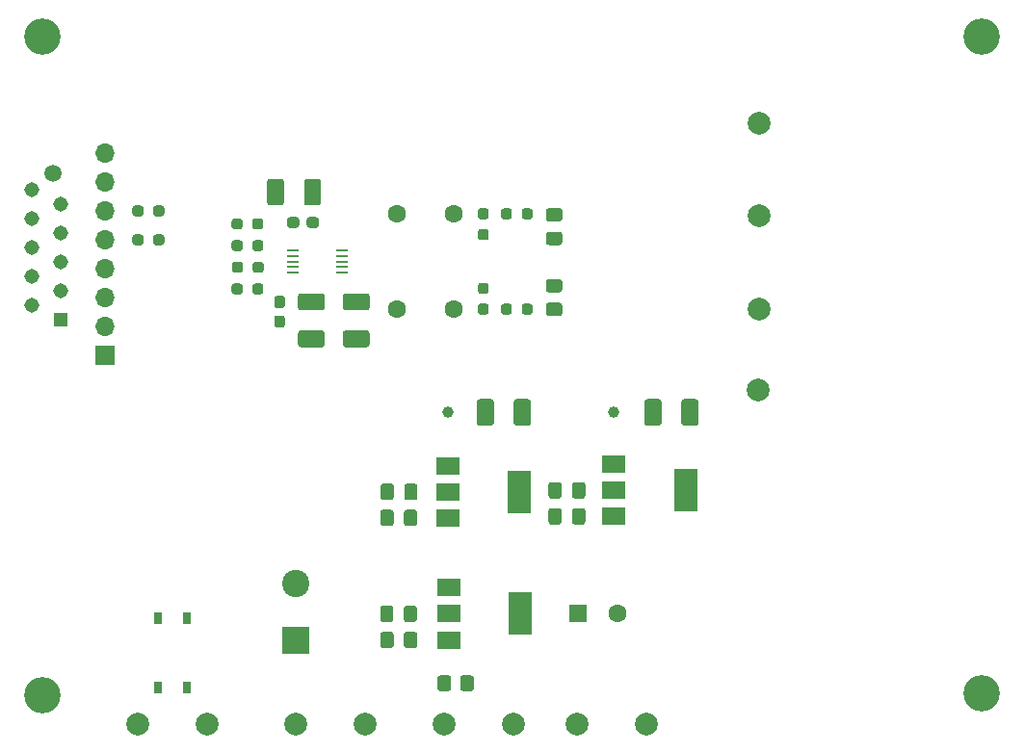
<source format=gbr>
G04 #@! TF.GenerationSoftware,KiCad,Pcbnew,(5.1.9-0-10_14)*
G04 #@! TF.CreationDate,2021-03-23T09:48:54+01:00*
G04 #@! TF.ProjectId,dac-cs4344,6461632d-6373-4343-9334-342e6b696361,rev?*
G04 #@! TF.SameCoordinates,Original*
G04 #@! TF.FileFunction,Soldermask,Top*
G04 #@! TF.FilePolarity,Negative*
%FSLAX46Y46*%
G04 Gerber Fmt 4.6, Leading zero omitted, Abs format (unit mm)*
G04 Created by KiCad (PCBNEW (5.1.9-0-10_14)) date 2021-03-23 09:48:54*
%MOMM*%
%LPD*%
G01*
G04 APERTURE LIST*
%ADD10R,1.308000X1.308000*%
%ADD11C,1.308000*%
%ADD12C,1.500000*%
%ADD13O,1.700000X1.700000*%
%ADD14R,1.700000X1.700000*%
%ADD15C,2.000000*%
%ADD16R,1.100000X0.250000*%
%ADD17C,1.600000*%
%ADD18R,2.000000X1.500000*%
%ADD19R,2.000000X3.800000*%
%ADD20C,1.000000*%
%ADD21R,1.600000X1.600000*%
%ADD22C,3.200000*%
%ADD23R,0.800000X1.000000*%
%ADD24C,2.400000*%
%ADD25R,2.400000X2.400000*%
G04 APERTURE END LIST*
G36*
G01*
X136362000Y-87463000D02*
X138212000Y-87463000D01*
G75*
G02*
X138462000Y-87713000I0J-250000D01*
G01*
X138462000Y-88713000D01*
G75*
G02*
X138212000Y-88963000I-250000J0D01*
G01*
X136362000Y-88963000D01*
G75*
G02*
X136112000Y-88713000I0J250000D01*
G01*
X136112000Y-87713000D01*
G75*
G02*
X136362000Y-87463000I250000J0D01*
G01*
G37*
G36*
G01*
X136362000Y-84213000D02*
X138212000Y-84213000D01*
G75*
G02*
X138462000Y-84463000I0J-250000D01*
G01*
X138462000Y-85463000D01*
G75*
G02*
X138212000Y-85713000I-250000J0D01*
G01*
X136362000Y-85713000D01*
G75*
G02*
X136112000Y-85463000I0J250000D01*
G01*
X136112000Y-84463000D01*
G75*
G02*
X136362000Y-84213000I250000J0D01*
G01*
G37*
G36*
G01*
X122534500Y-79264500D02*
X122534500Y-79739500D01*
G75*
G02*
X122297000Y-79977000I-237500J0D01*
G01*
X121797000Y-79977000D01*
G75*
G02*
X121559500Y-79739500I0J237500D01*
G01*
X121559500Y-79264500D01*
G75*
G02*
X121797000Y-79027000I237500J0D01*
G01*
X122297000Y-79027000D01*
G75*
G02*
X122534500Y-79264500I0J-237500D01*
G01*
G37*
G36*
G01*
X124359500Y-79264500D02*
X124359500Y-79739500D01*
G75*
G02*
X124122000Y-79977000I-237500J0D01*
G01*
X123622000Y-79977000D01*
G75*
G02*
X123384500Y-79739500I0J237500D01*
G01*
X123384500Y-79264500D01*
G75*
G02*
X123622000Y-79027000I237500J0D01*
G01*
X124122000Y-79027000D01*
G75*
G02*
X124359500Y-79264500I0J-237500D01*
G01*
G37*
G36*
G01*
X122534500Y-76724500D02*
X122534500Y-77199500D01*
G75*
G02*
X122297000Y-77437000I-237500J0D01*
G01*
X121797000Y-77437000D01*
G75*
G02*
X121559500Y-77199500I0J237500D01*
G01*
X121559500Y-76724500D01*
G75*
G02*
X121797000Y-76487000I237500J0D01*
G01*
X122297000Y-76487000D01*
G75*
G02*
X122534500Y-76724500I0J-237500D01*
G01*
G37*
G36*
G01*
X124359500Y-76724500D02*
X124359500Y-77199500D01*
G75*
G02*
X124122000Y-77437000I-237500J0D01*
G01*
X123622000Y-77437000D01*
G75*
G02*
X123384500Y-77199500I0J237500D01*
G01*
X123384500Y-76724500D01*
G75*
G02*
X123622000Y-76487000I237500J0D01*
G01*
X124122000Y-76487000D01*
G75*
G02*
X124359500Y-76724500I0J-237500D01*
G01*
G37*
G36*
G01*
X132100500Y-78342500D02*
X132100500Y-77867500D01*
G75*
G02*
X132338000Y-77630000I237500J0D01*
G01*
X132838000Y-77630000D01*
G75*
G02*
X133075500Y-77867500I0J-237500D01*
G01*
X133075500Y-78342500D01*
G75*
G02*
X132838000Y-78580000I-237500J0D01*
G01*
X132338000Y-78580000D01*
G75*
G02*
X132100500Y-78342500I0J237500D01*
G01*
G37*
G36*
G01*
X130275500Y-78342500D02*
X130275500Y-77867500D01*
G75*
G02*
X130513000Y-77630000I237500J0D01*
G01*
X131013000Y-77630000D01*
G75*
G02*
X131250500Y-77867500I0J-237500D01*
G01*
X131250500Y-78342500D01*
G75*
G02*
X131013000Y-78580000I-237500J0D01*
G01*
X130513000Y-78580000D01*
G75*
G02*
X130275500Y-78342500I0J237500D01*
G01*
G37*
G36*
G01*
X132124000Y-82152500D02*
X132124000Y-81677500D01*
G75*
G02*
X132361500Y-81440000I237500J0D01*
G01*
X132861500Y-81440000D01*
G75*
G02*
X133099000Y-81677500I0J-237500D01*
G01*
X133099000Y-82152500D01*
G75*
G02*
X132861500Y-82390000I-237500J0D01*
G01*
X132361500Y-82390000D01*
G75*
G02*
X132124000Y-82152500I0J237500D01*
G01*
G37*
G36*
G01*
X130299000Y-82152500D02*
X130299000Y-81677500D01*
G75*
G02*
X130536500Y-81440000I237500J0D01*
G01*
X131036500Y-81440000D01*
G75*
G02*
X131274000Y-81677500I0J-237500D01*
G01*
X131274000Y-82152500D01*
G75*
G02*
X131036500Y-82390000I-237500J0D01*
G01*
X130536500Y-82390000D01*
G75*
G02*
X130299000Y-82152500I0J237500D01*
G01*
G37*
G36*
G01*
X132100500Y-80247500D02*
X132100500Y-79772500D01*
G75*
G02*
X132338000Y-79535000I237500J0D01*
G01*
X132838000Y-79535000D01*
G75*
G02*
X133075500Y-79772500I0J-237500D01*
G01*
X133075500Y-80247500D01*
G75*
G02*
X132838000Y-80485000I-237500J0D01*
G01*
X132338000Y-80485000D01*
G75*
G02*
X132100500Y-80247500I0J237500D01*
G01*
G37*
G36*
G01*
X130275500Y-80247500D02*
X130275500Y-79772500D01*
G75*
G02*
X130513000Y-79535000I237500J0D01*
G01*
X131013000Y-79535000D01*
G75*
G02*
X131250500Y-79772500I0J-237500D01*
G01*
X131250500Y-80247500D01*
G75*
G02*
X131013000Y-80485000I-237500J0D01*
G01*
X130513000Y-80485000D01*
G75*
G02*
X130275500Y-80247500I0J237500D01*
G01*
G37*
G36*
G01*
X132100500Y-84057500D02*
X132100500Y-83582500D01*
G75*
G02*
X132338000Y-83345000I237500J0D01*
G01*
X132838000Y-83345000D01*
G75*
G02*
X133075500Y-83582500I0J-237500D01*
G01*
X133075500Y-84057500D01*
G75*
G02*
X132838000Y-84295000I-237500J0D01*
G01*
X132338000Y-84295000D01*
G75*
G02*
X132100500Y-84057500I0J237500D01*
G01*
G37*
G36*
G01*
X130275500Y-84057500D02*
X130275500Y-83582500D01*
G75*
G02*
X130513000Y-83345000I237500J0D01*
G01*
X131013000Y-83345000D01*
G75*
G02*
X131250500Y-83582500I0J-237500D01*
G01*
X131250500Y-84057500D01*
G75*
G02*
X131013000Y-84295000I-237500J0D01*
G01*
X130513000Y-84295000D01*
G75*
G02*
X130275500Y-84057500I0J237500D01*
G01*
G37*
G36*
G01*
X155769500Y-77453500D02*
X155769500Y-76978500D01*
G75*
G02*
X156007000Y-76741000I237500J0D01*
G01*
X156507000Y-76741000D01*
G75*
G02*
X156744500Y-76978500I0J-237500D01*
G01*
X156744500Y-77453500D01*
G75*
G02*
X156507000Y-77691000I-237500J0D01*
G01*
X156007000Y-77691000D01*
G75*
G02*
X155769500Y-77453500I0J237500D01*
G01*
G37*
G36*
G01*
X153944500Y-77453500D02*
X153944500Y-76978500D01*
G75*
G02*
X154182000Y-76741000I237500J0D01*
G01*
X154682000Y-76741000D01*
G75*
G02*
X154919500Y-76978500I0J-237500D01*
G01*
X154919500Y-77453500D01*
G75*
G02*
X154682000Y-77691000I-237500J0D01*
G01*
X154182000Y-77691000D01*
G75*
G02*
X153944500Y-77453500I0J237500D01*
G01*
G37*
G36*
G01*
X152637500Y-77703500D02*
X152162500Y-77703500D01*
G75*
G02*
X151925000Y-77466000I0J237500D01*
G01*
X151925000Y-76966000D01*
G75*
G02*
X152162500Y-76728500I237500J0D01*
G01*
X152637500Y-76728500D01*
G75*
G02*
X152875000Y-76966000I0J-237500D01*
G01*
X152875000Y-77466000D01*
G75*
G02*
X152637500Y-77703500I-237500J0D01*
G01*
G37*
G36*
G01*
X152637500Y-79528500D02*
X152162500Y-79528500D01*
G75*
G02*
X151925000Y-79291000I0J237500D01*
G01*
X151925000Y-78791000D01*
G75*
G02*
X152162500Y-78553500I237500J0D01*
G01*
X152637500Y-78553500D01*
G75*
G02*
X152875000Y-78791000I0J-237500D01*
G01*
X152875000Y-79291000D01*
G75*
G02*
X152637500Y-79528500I-237500J0D01*
G01*
G37*
G36*
G01*
X152162500Y-85110500D02*
X152637500Y-85110500D01*
G75*
G02*
X152875000Y-85348000I0J-237500D01*
G01*
X152875000Y-85848000D01*
G75*
G02*
X152637500Y-86085500I-237500J0D01*
G01*
X152162500Y-86085500D01*
G75*
G02*
X151925000Y-85848000I0J237500D01*
G01*
X151925000Y-85348000D01*
G75*
G02*
X152162500Y-85110500I237500J0D01*
G01*
G37*
G36*
G01*
X152162500Y-83285500D02*
X152637500Y-83285500D01*
G75*
G02*
X152875000Y-83523000I0J-237500D01*
G01*
X152875000Y-84023000D01*
G75*
G02*
X152637500Y-84260500I-237500J0D01*
G01*
X152162500Y-84260500D01*
G75*
G02*
X151925000Y-84023000I0J237500D01*
G01*
X151925000Y-83523000D01*
G75*
G02*
X152162500Y-83285500I237500J0D01*
G01*
G37*
D10*
X115294000Y-86490000D03*
D11*
X112754000Y-85220000D03*
X115294000Y-83950000D03*
X112754000Y-82680000D03*
X115294000Y-81410000D03*
X112754000Y-80140000D03*
X115294000Y-78870000D03*
X112754000Y-77600000D03*
X115294000Y-76330000D03*
X112754000Y-75060000D03*
D12*
X114554000Y-73660000D03*
D13*
X119126000Y-71882000D03*
X119126000Y-74422000D03*
X119126000Y-76962000D03*
X119126000Y-79502000D03*
X119126000Y-82042000D03*
X119126000Y-84582000D03*
X119126000Y-87122000D03*
D14*
X119126000Y-89662000D03*
D15*
X176657000Y-77343000D03*
X176530000Y-92710000D03*
X176657000Y-85598000D03*
D16*
X139945000Y-80407000D03*
X139945000Y-80907000D03*
X139945000Y-81407000D03*
X139945000Y-81907000D03*
X139945000Y-82407000D03*
X135645000Y-82407000D03*
X135645000Y-81907000D03*
X135645000Y-81407000D03*
X135645000Y-80907000D03*
X135645000Y-80407000D03*
G36*
G01*
X159098000Y-77887500D02*
X158148000Y-77887500D01*
G75*
G02*
X157898000Y-77637500I0J250000D01*
G01*
X157898000Y-76962500D01*
G75*
G02*
X158148000Y-76712500I250000J0D01*
G01*
X159098000Y-76712500D01*
G75*
G02*
X159348000Y-76962500I0J-250000D01*
G01*
X159348000Y-77637500D01*
G75*
G02*
X159098000Y-77887500I-250000J0D01*
G01*
G37*
G36*
G01*
X159098000Y-79962500D02*
X158148000Y-79962500D01*
G75*
G02*
X157898000Y-79712500I0J250000D01*
G01*
X157898000Y-79037500D01*
G75*
G02*
X158148000Y-78787500I250000J0D01*
G01*
X159098000Y-78787500D01*
G75*
G02*
X159348000Y-79037500I0J-250000D01*
G01*
X159348000Y-79712500D01*
G75*
G02*
X159098000Y-79962500I-250000J0D01*
G01*
G37*
G36*
G01*
X134888000Y-74386000D02*
X134888000Y-76236000D01*
G75*
G02*
X134638000Y-76486000I-250000J0D01*
G01*
X133638000Y-76486000D01*
G75*
G02*
X133388000Y-76236000I0J250000D01*
G01*
X133388000Y-74386000D01*
G75*
G02*
X133638000Y-74136000I250000J0D01*
G01*
X134638000Y-74136000D01*
G75*
G02*
X134888000Y-74386000I0J-250000D01*
G01*
G37*
G36*
G01*
X138138000Y-74386000D02*
X138138000Y-76236000D01*
G75*
G02*
X137888000Y-76486000I-250000J0D01*
G01*
X136888000Y-76486000D01*
G75*
G02*
X136638000Y-76236000I0J250000D01*
G01*
X136638000Y-74386000D01*
G75*
G02*
X136888000Y-74136000I250000J0D01*
G01*
X137888000Y-74136000D01*
G75*
G02*
X138138000Y-74386000I0J-250000D01*
G01*
G37*
D17*
X144780000Y-77216000D03*
X149780000Y-77216000D03*
G36*
G01*
X136876500Y-78215500D02*
X136876500Y-77740500D01*
G75*
G02*
X137114000Y-77503000I237500J0D01*
G01*
X137714000Y-77503000D01*
G75*
G02*
X137951500Y-77740500I0J-237500D01*
G01*
X137951500Y-78215500D01*
G75*
G02*
X137714000Y-78453000I-237500J0D01*
G01*
X137114000Y-78453000D01*
G75*
G02*
X136876500Y-78215500I0J237500D01*
G01*
G37*
G36*
G01*
X135151500Y-78215500D02*
X135151500Y-77740500D01*
G75*
G02*
X135389000Y-77503000I237500J0D01*
G01*
X135989000Y-77503000D01*
G75*
G02*
X136226500Y-77740500I0J-237500D01*
G01*
X136226500Y-78215500D01*
G75*
G02*
X135989000Y-78453000I-237500J0D01*
G01*
X135389000Y-78453000D01*
G75*
G02*
X135151500Y-78215500I0J237500D01*
G01*
G37*
X144780000Y-85598000D03*
X149780000Y-85598000D03*
G36*
G01*
X140299000Y-87463000D02*
X142149000Y-87463000D01*
G75*
G02*
X142399000Y-87713000I0J-250000D01*
G01*
X142399000Y-88713000D01*
G75*
G02*
X142149000Y-88963000I-250000J0D01*
G01*
X140299000Y-88963000D01*
G75*
G02*
X140049000Y-88713000I0J250000D01*
G01*
X140049000Y-87713000D01*
G75*
G02*
X140299000Y-87463000I250000J0D01*
G01*
G37*
G36*
G01*
X140299000Y-84213000D02*
X142149000Y-84213000D01*
G75*
G02*
X142399000Y-84463000I0J-250000D01*
G01*
X142399000Y-85463000D01*
G75*
G02*
X142149000Y-85713000I-250000J0D01*
G01*
X140299000Y-85713000D01*
G75*
G02*
X140049000Y-85463000I0J250000D01*
G01*
X140049000Y-84463000D01*
G75*
G02*
X140299000Y-84213000I250000J0D01*
G01*
G37*
G36*
G01*
X155769500Y-85835500D02*
X155769500Y-85360500D01*
G75*
G02*
X156007000Y-85123000I237500J0D01*
G01*
X156507000Y-85123000D01*
G75*
G02*
X156744500Y-85360500I0J-237500D01*
G01*
X156744500Y-85835500D01*
G75*
G02*
X156507000Y-86073000I-237500J0D01*
G01*
X156007000Y-86073000D01*
G75*
G02*
X155769500Y-85835500I0J237500D01*
G01*
G37*
G36*
G01*
X153944500Y-85835500D02*
X153944500Y-85360500D01*
G75*
G02*
X154182000Y-85123000I237500J0D01*
G01*
X154682000Y-85123000D01*
G75*
G02*
X154919500Y-85360500I0J-237500D01*
G01*
X154919500Y-85835500D01*
G75*
G02*
X154682000Y-86073000I-237500J0D01*
G01*
X154182000Y-86073000D01*
G75*
G02*
X153944500Y-85835500I0J237500D01*
G01*
G37*
D15*
X176657000Y-69215000D03*
G36*
G01*
X158148000Y-85032000D02*
X159098000Y-85032000D01*
G75*
G02*
X159348000Y-85282000I0J-250000D01*
G01*
X159348000Y-85957000D01*
G75*
G02*
X159098000Y-86207000I-250000J0D01*
G01*
X158148000Y-86207000D01*
G75*
G02*
X157898000Y-85957000I0J250000D01*
G01*
X157898000Y-85282000D01*
G75*
G02*
X158148000Y-85032000I250000J0D01*
G01*
G37*
G36*
G01*
X158148000Y-82957000D02*
X159098000Y-82957000D01*
G75*
G02*
X159348000Y-83207000I0J-250000D01*
G01*
X159348000Y-83882000D01*
G75*
G02*
X159098000Y-84132000I-250000J0D01*
G01*
X158148000Y-84132000D01*
G75*
G02*
X157898000Y-83882000I0J250000D01*
G01*
X157898000Y-83207000D01*
G75*
G02*
X158148000Y-82957000I250000J0D01*
G01*
G37*
G36*
G01*
X134730500Y-85500500D02*
X134255500Y-85500500D01*
G75*
G02*
X134018000Y-85263000I0J237500D01*
G01*
X134018000Y-84663000D01*
G75*
G02*
X134255500Y-84425500I237500J0D01*
G01*
X134730500Y-84425500D01*
G75*
G02*
X134968000Y-84663000I0J-237500D01*
G01*
X134968000Y-85263000D01*
G75*
G02*
X134730500Y-85500500I-237500J0D01*
G01*
G37*
G36*
G01*
X134730500Y-87225500D02*
X134255500Y-87225500D01*
G75*
G02*
X134018000Y-86988000I0J237500D01*
G01*
X134018000Y-86388000D01*
G75*
G02*
X134255500Y-86150500I237500J0D01*
G01*
X134730500Y-86150500D01*
G75*
G02*
X134968000Y-86388000I0J-237500D01*
G01*
X134968000Y-86988000D01*
G75*
G02*
X134730500Y-87225500I-237500J0D01*
G01*
G37*
X141986000Y-122047000D03*
X135890000Y-122047000D03*
D18*
X163893500Y-99222500D03*
X163893500Y-103822500D03*
X163893500Y-101522500D03*
D19*
X170193500Y-101522500D03*
D18*
X149275000Y-99363500D03*
X149275000Y-103963500D03*
X149275000Y-101663500D03*
D19*
X155575000Y-101663500D03*
D18*
X149352000Y-110081000D03*
X149352000Y-114681000D03*
X149352000Y-112381000D03*
D19*
X155652000Y-112381000D03*
D20*
X163893500Y-94678500D03*
X149288500Y-94678500D03*
G36*
G01*
X169811000Y-95603500D02*
X169811000Y-93753500D01*
G75*
G02*
X170061000Y-93503500I250000J0D01*
G01*
X171061000Y-93503500D01*
G75*
G02*
X171311000Y-93753500I0J-250000D01*
G01*
X171311000Y-95603500D01*
G75*
G02*
X171061000Y-95853500I-250000J0D01*
G01*
X170061000Y-95853500D01*
G75*
G02*
X169811000Y-95603500I0J250000D01*
G01*
G37*
G36*
G01*
X166561000Y-95603500D02*
X166561000Y-93753500D01*
G75*
G02*
X166811000Y-93503500I250000J0D01*
G01*
X167811000Y-93503500D01*
G75*
G02*
X168061000Y-93753500I0J-250000D01*
G01*
X168061000Y-95603500D01*
G75*
G02*
X167811000Y-95853500I-250000J0D01*
G01*
X166811000Y-95853500D01*
G75*
G02*
X166561000Y-95603500I0J250000D01*
G01*
G37*
G36*
G01*
X155079000Y-95603500D02*
X155079000Y-93753500D01*
G75*
G02*
X155329000Y-93503500I250000J0D01*
G01*
X156329000Y-93503500D01*
G75*
G02*
X156579000Y-93753500I0J-250000D01*
G01*
X156579000Y-95603500D01*
G75*
G02*
X156329000Y-95853500I-250000J0D01*
G01*
X155329000Y-95853500D01*
G75*
G02*
X155079000Y-95603500I0J250000D01*
G01*
G37*
G36*
G01*
X151829000Y-95603500D02*
X151829000Y-93753500D01*
G75*
G02*
X152079000Y-93503500I250000J0D01*
G01*
X153079000Y-93503500D01*
G75*
G02*
X153329000Y-93753500I0J-250000D01*
G01*
X153329000Y-95603500D01*
G75*
G02*
X153079000Y-95853500I-250000J0D01*
G01*
X152079000Y-95853500D01*
G75*
G02*
X151829000Y-95603500I0J250000D01*
G01*
G37*
G36*
G01*
X159294500Y-101061500D02*
X159294500Y-102011500D01*
G75*
G02*
X159044500Y-102261500I-250000J0D01*
G01*
X158369500Y-102261500D01*
G75*
G02*
X158119500Y-102011500I0J250000D01*
G01*
X158119500Y-101061500D01*
G75*
G02*
X158369500Y-100811500I250000J0D01*
G01*
X159044500Y-100811500D01*
G75*
G02*
X159294500Y-101061500I0J-250000D01*
G01*
G37*
G36*
G01*
X161369500Y-101061500D02*
X161369500Y-102011500D01*
G75*
G02*
X161119500Y-102261500I-250000J0D01*
G01*
X160444500Y-102261500D01*
G75*
G02*
X160194500Y-102011500I0J250000D01*
G01*
X160194500Y-101061500D01*
G75*
G02*
X160444500Y-100811500I250000J0D01*
G01*
X161119500Y-100811500D01*
G75*
G02*
X161369500Y-101061500I0J-250000D01*
G01*
G37*
G36*
G01*
X144542000Y-101188500D02*
X144542000Y-102138500D01*
G75*
G02*
X144292000Y-102388500I-250000J0D01*
G01*
X143617000Y-102388500D01*
G75*
G02*
X143367000Y-102138500I0J250000D01*
G01*
X143367000Y-101188500D01*
G75*
G02*
X143617000Y-100938500I250000J0D01*
G01*
X144292000Y-100938500D01*
G75*
G02*
X144542000Y-101188500I0J-250000D01*
G01*
G37*
G36*
G01*
X146617000Y-101188500D02*
X146617000Y-102138500D01*
G75*
G02*
X146367000Y-102388500I-250000J0D01*
G01*
X145692000Y-102388500D01*
G75*
G02*
X145442000Y-102138500I0J250000D01*
G01*
X145442000Y-101188500D01*
G75*
G02*
X145692000Y-100938500I250000J0D01*
G01*
X146367000Y-100938500D01*
G75*
G02*
X146617000Y-101188500I0J-250000D01*
G01*
G37*
G36*
G01*
X159294500Y-103347500D02*
X159294500Y-104297500D01*
G75*
G02*
X159044500Y-104547500I-250000J0D01*
G01*
X158369500Y-104547500D01*
G75*
G02*
X158119500Y-104297500I0J250000D01*
G01*
X158119500Y-103347500D01*
G75*
G02*
X158369500Y-103097500I250000J0D01*
G01*
X159044500Y-103097500D01*
G75*
G02*
X159294500Y-103347500I0J-250000D01*
G01*
G37*
G36*
G01*
X161369500Y-103347500D02*
X161369500Y-104297500D01*
G75*
G02*
X161119500Y-104547500I-250000J0D01*
G01*
X160444500Y-104547500D01*
G75*
G02*
X160194500Y-104297500I0J250000D01*
G01*
X160194500Y-103347500D01*
G75*
G02*
X160444500Y-103097500I250000J0D01*
G01*
X161119500Y-103097500D01*
G75*
G02*
X161369500Y-103347500I0J-250000D01*
G01*
G37*
G36*
G01*
X144520500Y-103474500D02*
X144520500Y-104424500D01*
G75*
G02*
X144270500Y-104674500I-250000J0D01*
G01*
X143595500Y-104674500D01*
G75*
G02*
X143345500Y-104424500I0J250000D01*
G01*
X143345500Y-103474500D01*
G75*
G02*
X143595500Y-103224500I250000J0D01*
G01*
X144270500Y-103224500D01*
G75*
G02*
X144520500Y-103474500I0J-250000D01*
G01*
G37*
G36*
G01*
X146595500Y-103474500D02*
X146595500Y-104424500D01*
G75*
G02*
X146345500Y-104674500I-250000J0D01*
G01*
X145670500Y-104674500D01*
G75*
G02*
X145420500Y-104424500I0J250000D01*
G01*
X145420500Y-103474500D01*
G75*
G02*
X145670500Y-103224500I250000J0D01*
G01*
X146345500Y-103224500D01*
G75*
G02*
X146595500Y-103474500I0J-250000D01*
G01*
G37*
D17*
X164211000Y-112331500D03*
D21*
X160711000Y-112331500D03*
G36*
G01*
X144499000Y-111920000D02*
X144499000Y-112870000D01*
G75*
G02*
X144249000Y-113120000I-250000J0D01*
G01*
X143574000Y-113120000D01*
G75*
G02*
X143324000Y-112870000I0J250000D01*
G01*
X143324000Y-111920000D01*
G75*
G02*
X143574000Y-111670000I250000J0D01*
G01*
X144249000Y-111670000D01*
G75*
G02*
X144499000Y-111920000I0J-250000D01*
G01*
G37*
G36*
G01*
X146574000Y-111920000D02*
X146574000Y-112870000D01*
G75*
G02*
X146324000Y-113120000I-250000J0D01*
G01*
X145649000Y-113120000D01*
G75*
G02*
X145399000Y-112870000I0J250000D01*
G01*
X145399000Y-111920000D01*
G75*
G02*
X145649000Y-111670000I250000J0D01*
G01*
X146324000Y-111670000D01*
G75*
G02*
X146574000Y-111920000I0J-250000D01*
G01*
G37*
G36*
G01*
X150371000Y-118941001D02*
X150371000Y-118040999D01*
G75*
G02*
X150620999Y-117791000I249999J0D01*
G01*
X151321001Y-117791000D01*
G75*
G02*
X151571000Y-118040999I0J-249999D01*
G01*
X151571000Y-118941001D01*
G75*
G02*
X151321001Y-119191000I-249999J0D01*
G01*
X150620999Y-119191000D01*
G75*
G02*
X150371000Y-118941001I0J249999D01*
G01*
G37*
G36*
G01*
X148371000Y-118941001D02*
X148371000Y-118040999D01*
G75*
G02*
X148620999Y-117791000I249999J0D01*
G01*
X149321001Y-117791000D01*
G75*
G02*
X149571000Y-118040999I0J-249999D01*
G01*
X149571000Y-118941001D01*
G75*
G02*
X149321001Y-119191000I-249999J0D01*
G01*
X148620999Y-119191000D01*
G75*
G02*
X148371000Y-118941001I0J249999D01*
G01*
G37*
D15*
X122047000Y-122047000D03*
X128143000Y-122047000D03*
X155067000Y-122047000D03*
X160655000Y-122047000D03*
X166751000Y-122047000D03*
X148971000Y-122047000D03*
D22*
X113665000Y-119507000D03*
X196215000Y-119380000D03*
X196215000Y-61595000D03*
X113665000Y-61595000D03*
D23*
X123825000Y-112749000D03*
X126365000Y-112749000D03*
X126365000Y-118899000D03*
X123825000Y-118899000D03*
G36*
G01*
X144520500Y-114206000D02*
X144520500Y-115156000D01*
G75*
G02*
X144270500Y-115406000I-250000J0D01*
G01*
X143595500Y-115406000D01*
G75*
G02*
X143345500Y-115156000I0J250000D01*
G01*
X143345500Y-114206000D01*
G75*
G02*
X143595500Y-113956000I250000J0D01*
G01*
X144270500Y-113956000D01*
G75*
G02*
X144520500Y-114206000I0J-250000D01*
G01*
G37*
G36*
G01*
X146595500Y-114206000D02*
X146595500Y-115156000D01*
G75*
G02*
X146345500Y-115406000I-250000J0D01*
G01*
X145670500Y-115406000D01*
G75*
G02*
X145420500Y-115156000I0J250000D01*
G01*
X145420500Y-114206000D01*
G75*
G02*
X145670500Y-113956000I250000J0D01*
G01*
X146345500Y-113956000D01*
G75*
G02*
X146595500Y-114206000I0J-250000D01*
G01*
G37*
D24*
X135890000Y-109681000D03*
D25*
X135890000Y-114681000D03*
M02*

</source>
